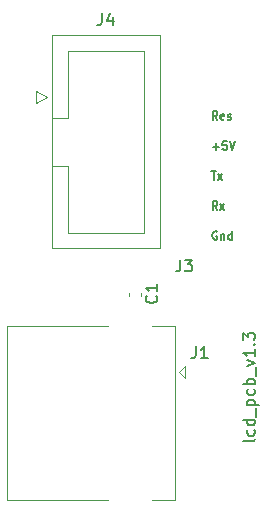
<source format=gto>
%TF.GenerationSoftware,KiCad,Pcbnew,(5.1.8)-1*%
%TF.CreationDate,2021-04-24T14:29:12+03:00*%
%TF.ProjectId,lcd_pcb,6c63645f-7063-4622-9e6b-696361645f70,rev?*%
%TF.SameCoordinates,Original*%
%TF.FileFunction,Legend,Top*%
%TF.FilePolarity,Positive*%
%FSLAX46Y46*%
G04 Gerber Fmt 4.6, Leading zero omitted, Abs format (unit mm)*
G04 Created by KiCad (PCBNEW (5.1.8)-1) date 2021-04-24 14:29:12*
%MOMM*%
%LPD*%
G01*
G04 APERTURE LIST*
%ADD10C,0.150000*%
%ADD11C,0.120000*%
%ADD12C,1.700000*%
%ADD13C,0.700000*%
%ADD14C,4.400000*%
%ADD15C,3.500000*%
%ADD16R,1.524000X1.524000*%
%ADD17C,1.524000*%
G04 APERTURE END LIST*
D10*
X35186880Y-53115547D02*
X35139261Y-53210785D01*
X35044023Y-53258404D01*
X34186880Y-53258404D01*
X35139261Y-52306023D02*
X35186880Y-52401261D01*
X35186880Y-52591738D01*
X35139261Y-52686976D01*
X35091642Y-52734595D01*
X34996404Y-52782214D01*
X34710690Y-52782214D01*
X34615452Y-52734595D01*
X34567833Y-52686976D01*
X34520214Y-52591738D01*
X34520214Y-52401261D01*
X34567833Y-52306023D01*
X35186880Y-51448880D02*
X34186880Y-51448880D01*
X35139261Y-51448880D02*
X35186880Y-51544119D01*
X35186880Y-51734595D01*
X35139261Y-51829833D01*
X35091642Y-51877452D01*
X34996404Y-51925071D01*
X34710690Y-51925071D01*
X34615452Y-51877452D01*
X34567833Y-51829833D01*
X34520214Y-51734595D01*
X34520214Y-51544119D01*
X34567833Y-51448880D01*
X35282119Y-51210785D02*
X35282119Y-50448880D01*
X34520214Y-50210785D02*
X35520214Y-50210785D01*
X34567833Y-50210785D02*
X34520214Y-50115547D01*
X34520214Y-49925071D01*
X34567833Y-49829833D01*
X34615452Y-49782214D01*
X34710690Y-49734595D01*
X34996404Y-49734595D01*
X35091642Y-49782214D01*
X35139261Y-49829833D01*
X35186880Y-49925071D01*
X35186880Y-50115547D01*
X35139261Y-50210785D01*
X35139261Y-48877452D02*
X35186880Y-48972690D01*
X35186880Y-49163166D01*
X35139261Y-49258404D01*
X35091642Y-49306023D01*
X34996404Y-49353642D01*
X34710690Y-49353642D01*
X34615452Y-49306023D01*
X34567833Y-49258404D01*
X34520214Y-49163166D01*
X34520214Y-48972690D01*
X34567833Y-48877452D01*
X35186880Y-48448880D02*
X34186880Y-48448880D01*
X34567833Y-48448880D02*
X34520214Y-48353642D01*
X34520214Y-48163166D01*
X34567833Y-48067928D01*
X34615452Y-48020309D01*
X34710690Y-47972690D01*
X34996404Y-47972690D01*
X35091642Y-48020309D01*
X35139261Y-48067928D01*
X35186880Y-48163166D01*
X35186880Y-48353642D01*
X35139261Y-48448880D01*
X35282119Y-47782214D02*
X35282119Y-47020309D01*
X34520214Y-46877452D02*
X35186880Y-46639357D01*
X34520214Y-46401261D01*
X35186880Y-45496500D02*
X35186880Y-46067928D01*
X35186880Y-45782214D02*
X34186880Y-45782214D01*
X34329738Y-45877452D01*
X34424976Y-45972690D01*
X34472595Y-46067928D01*
X35091642Y-45067928D02*
X35139261Y-45020309D01*
X35186880Y-45067928D01*
X35139261Y-45115547D01*
X35091642Y-45067928D01*
X35186880Y-45067928D01*
X34186880Y-44686976D02*
X34186880Y-44067928D01*
X34567833Y-44401261D01*
X34567833Y-44258404D01*
X34615452Y-44163166D01*
X34663071Y-44115547D01*
X34758309Y-44067928D01*
X34996404Y-44067928D01*
X35091642Y-44115547D01*
X35139261Y-44163166D01*
X35186880Y-44258404D01*
X35186880Y-44544119D01*
X35139261Y-44639357D01*
X35091642Y-44686976D01*
X31966833Y-35534000D02*
X31900166Y-35500666D01*
X31800166Y-35500666D01*
X31700166Y-35534000D01*
X31633500Y-35600666D01*
X31600166Y-35667333D01*
X31566833Y-35800666D01*
X31566833Y-35900666D01*
X31600166Y-36034000D01*
X31633500Y-36100666D01*
X31700166Y-36167333D01*
X31800166Y-36200666D01*
X31866833Y-36200666D01*
X31966833Y-36167333D01*
X32000166Y-36134000D01*
X32000166Y-35900666D01*
X31866833Y-35900666D01*
X32300166Y-35734000D02*
X32300166Y-36200666D01*
X32300166Y-35800666D02*
X32333500Y-35767333D01*
X32400166Y-35734000D01*
X32500166Y-35734000D01*
X32566833Y-35767333D01*
X32600166Y-35834000D01*
X32600166Y-36200666D01*
X33233500Y-36200666D02*
X33233500Y-35500666D01*
X33233500Y-36167333D02*
X33166833Y-36200666D01*
X33033500Y-36200666D01*
X32966833Y-36167333D01*
X32933500Y-36134000D01*
X32900166Y-36067333D01*
X32900166Y-35867333D01*
X32933500Y-35800666D01*
X32966833Y-35767333D01*
X33033500Y-35734000D01*
X33166833Y-35734000D01*
X33233500Y-35767333D01*
X32000166Y-33660666D02*
X31766833Y-33327333D01*
X31600166Y-33660666D02*
X31600166Y-32960666D01*
X31866833Y-32960666D01*
X31933500Y-32994000D01*
X31966833Y-33027333D01*
X32000166Y-33094000D01*
X32000166Y-33194000D01*
X31966833Y-33260666D01*
X31933500Y-33294000D01*
X31866833Y-33327333D01*
X31600166Y-33327333D01*
X32233500Y-33660666D02*
X32600166Y-33194000D01*
X32233500Y-33194000D02*
X32600166Y-33660666D01*
X31500166Y-30420666D02*
X31900166Y-30420666D01*
X31700166Y-31120666D02*
X31700166Y-30420666D01*
X32066833Y-31120666D02*
X32433500Y-30654000D01*
X32066833Y-30654000D02*
X32433500Y-31120666D01*
X31600166Y-28314000D02*
X32133500Y-28314000D01*
X31866833Y-28580666D02*
X31866833Y-28047333D01*
X32800166Y-27880666D02*
X32466833Y-27880666D01*
X32433500Y-28214000D01*
X32466833Y-28180666D01*
X32533500Y-28147333D01*
X32700166Y-28147333D01*
X32766833Y-28180666D01*
X32800166Y-28214000D01*
X32833500Y-28280666D01*
X32833500Y-28447333D01*
X32800166Y-28514000D01*
X32766833Y-28547333D01*
X32700166Y-28580666D01*
X32533500Y-28580666D01*
X32466833Y-28547333D01*
X32433500Y-28514000D01*
X33033500Y-27880666D02*
X33266833Y-28580666D01*
X33500166Y-27880666D01*
X32000166Y-26040666D02*
X31766833Y-25707333D01*
X31600166Y-26040666D02*
X31600166Y-25340666D01*
X31866833Y-25340666D01*
X31933500Y-25374000D01*
X31966833Y-25407333D01*
X32000166Y-25474000D01*
X32000166Y-25574000D01*
X31966833Y-25640666D01*
X31933500Y-25674000D01*
X31866833Y-25707333D01*
X31600166Y-25707333D01*
X32566833Y-26007333D02*
X32500166Y-26040666D01*
X32366833Y-26040666D01*
X32300166Y-26007333D01*
X32266833Y-25940666D01*
X32266833Y-25674000D01*
X32300166Y-25607333D01*
X32366833Y-25574000D01*
X32500166Y-25574000D01*
X32566833Y-25607333D01*
X32600166Y-25674000D01*
X32600166Y-25740666D01*
X32266833Y-25807333D01*
X32866833Y-26007333D02*
X32933500Y-26040666D01*
X33066833Y-26040666D01*
X33133500Y-26007333D01*
X33166833Y-25940666D01*
X33166833Y-25907333D01*
X33133500Y-25840666D01*
X33066833Y-25807333D01*
X32966833Y-25807333D01*
X32900166Y-25774000D01*
X32866833Y-25707333D01*
X32866833Y-25674000D01*
X32900166Y-25607333D01*
X32966833Y-25574000D01*
X33066833Y-25574000D01*
X33133500Y-25607333D01*
D11*
%TO.C,C1*%
X24509000Y-40971080D02*
X24509000Y-40689920D01*
X25529000Y-40971080D02*
X25529000Y-40689920D01*
%TO.C,J4*%
X18006000Y-18888000D02*
X27126000Y-18888000D01*
X27126000Y-18888000D02*
X27126000Y-36928000D01*
X27126000Y-36928000D02*
X18006000Y-36928000D01*
X18006000Y-36928000D02*
X18006000Y-18888000D01*
X18006000Y-25858000D02*
X19316000Y-25858000D01*
X19316000Y-25858000D02*
X19316000Y-20188000D01*
X19316000Y-20188000D02*
X25816000Y-20188000D01*
X25816000Y-20188000D02*
X25816000Y-35628000D01*
X25816000Y-35628000D02*
X19316000Y-35628000D01*
X19316000Y-35628000D02*
X19316000Y-29958000D01*
X19316000Y-29958000D02*
X19316000Y-29958000D01*
X19316000Y-29958000D02*
X18006000Y-29958000D01*
X17616000Y-24098000D02*
X16616000Y-23598000D01*
X16616000Y-23598000D02*
X16616000Y-24598000D01*
X16616000Y-24598000D02*
X17616000Y-24098000D01*
%TO.C,J1*%
X22736000Y-43528000D02*
X14196000Y-43528000D01*
X14196000Y-43528000D02*
X14196000Y-58248000D01*
X22736000Y-58248000D02*
X14196000Y-58248000D01*
X28416000Y-43528000D02*
X28416000Y-58248000D01*
X28416000Y-43528000D02*
X26436000Y-43528000D01*
X26436000Y-58248000D02*
X28416000Y-58248000D01*
X29296000Y-46888000D02*
X28796000Y-47388000D01*
X28796000Y-47388000D02*
X29296000Y-47888000D01*
X29296000Y-47888000D02*
X29296000Y-46888000D01*
%TO.C,C1*%
D10*
X26836642Y-40933666D02*
X26884261Y-40981285D01*
X26931880Y-41124142D01*
X26931880Y-41219380D01*
X26884261Y-41362238D01*
X26789023Y-41457476D01*
X26693785Y-41505095D01*
X26503309Y-41552714D01*
X26360452Y-41552714D01*
X26169976Y-41505095D01*
X26074738Y-41457476D01*
X25979500Y-41362238D01*
X25931880Y-41219380D01*
X25931880Y-41124142D01*
X25979500Y-40981285D01*
X26027119Y-40933666D01*
X26931880Y-39981285D02*
X26931880Y-40552714D01*
X26931880Y-40267000D02*
X25931880Y-40267000D01*
X26074738Y-40362238D01*
X26169976Y-40457476D01*
X26217595Y-40552714D01*
%TO.C,J4*%
X22232666Y-17048380D02*
X22232666Y-17762666D01*
X22185047Y-17905523D01*
X22089809Y-18000761D01*
X21946952Y-18048380D01*
X21851714Y-18048380D01*
X23137428Y-17381714D02*
X23137428Y-18048380D01*
X22899333Y-17000761D02*
X22661238Y-17715047D01*
X23280285Y-17715047D01*
%TO.C,J3*%
X28866666Y-37892380D02*
X28866666Y-38606666D01*
X28819047Y-38749523D01*
X28723809Y-38844761D01*
X28580952Y-38892380D01*
X28485714Y-38892380D01*
X29247619Y-37892380D02*
X29866666Y-37892380D01*
X29533333Y-38273333D01*
X29676190Y-38273333D01*
X29771428Y-38320952D01*
X29819047Y-38368571D01*
X29866666Y-38463809D01*
X29866666Y-38701904D01*
X29819047Y-38797142D01*
X29771428Y-38844761D01*
X29676190Y-38892380D01*
X29390476Y-38892380D01*
X29295238Y-38844761D01*
X29247619Y-38797142D01*
%TO.C,J1*%
X30178666Y-45242380D02*
X30178666Y-45956666D01*
X30131047Y-46099523D01*
X30035809Y-46194761D01*
X29892952Y-46242380D01*
X29797714Y-46242380D01*
X31178666Y-46242380D02*
X30607238Y-46242380D01*
X30892952Y-46242380D02*
X30892952Y-45242380D01*
X30797714Y-45385238D01*
X30702476Y-45480476D01*
X30607238Y-45528095D01*
%TD*%
%LPC*%
%TO.C,C1*%
G36*
G01*
X25269000Y-40505500D02*
X24769000Y-40505500D01*
G75*
G02*
X24544000Y-40280500I0J225000D01*
G01*
X24544000Y-39830500D01*
G75*
G02*
X24769000Y-39605500I225000J0D01*
G01*
X25269000Y-39605500D01*
G75*
G02*
X25494000Y-39830500I0J-225000D01*
G01*
X25494000Y-40280500D01*
G75*
G02*
X25269000Y-40505500I-225000J0D01*
G01*
G37*
G36*
G01*
X25269000Y-42055500D02*
X24769000Y-42055500D01*
G75*
G02*
X24544000Y-41830500I0J225000D01*
G01*
X24544000Y-41380500D01*
G75*
G02*
X24769000Y-41155500I225000J0D01*
G01*
X25269000Y-41155500D01*
G75*
G02*
X25494000Y-41380500I0J-225000D01*
G01*
X25494000Y-41830500D01*
G75*
G02*
X25269000Y-42055500I-225000J0D01*
G01*
G37*
%TD*%
%TO.C,J4*%
G36*
G01*
X20446000Y-24698000D02*
X20446000Y-23498000D01*
G75*
G02*
X20696000Y-23248000I250000J0D01*
G01*
X21896000Y-23248000D01*
G75*
G02*
X22146000Y-23498000I0J-250000D01*
G01*
X22146000Y-24698000D01*
G75*
G02*
X21896000Y-24948000I-250000J0D01*
G01*
X20696000Y-24948000D01*
G75*
G02*
X20446000Y-24698000I0J250000D01*
G01*
G37*
D12*
X21296000Y-26638000D03*
X21296000Y-29178000D03*
X21296000Y-31718000D03*
X23836000Y-24098000D03*
X23836000Y-26638000D03*
X23836000Y-29178000D03*
X23836000Y-31718000D03*
%TD*%
%TO.C,J3*%
G36*
G01*
X27700000Y-36281000D02*
X27700000Y-35519000D01*
G75*
G02*
X28081000Y-35138000I381000J0D01*
G01*
X30319000Y-35138000D01*
G75*
G02*
X30700000Y-35519000I0J-381000D01*
G01*
X30700000Y-36281000D01*
G75*
G02*
X30319000Y-36662000I-381000J0D01*
G01*
X28081000Y-36662000D01*
G75*
G02*
X27700000Y-36281000I0J381000D01*
G01*
G37*
G36*
G01*
X27700000Y-33741000D02*
X27700000Y-32979000D01*
G75*
G02*
X28081000Y-32598000I381000J0D01*
G01*
X30319000Y-32598000D01*
G75*
G02*
X30700000Y-32979000I0J-381000D01*
G01*
X30700000Y-33741000D01*
G75*
G02*
X30319000Y-34122000I-381000J0D01*
G01*
X28081000Y-34122000D01*
G75*
G02*
X27700000Y-33741000I0J381000D01*
G01*
G37*
G36*
G01*
X27700000Y-31201000D02*
X27700000Y-30439000D01*
G75*
G02*
X28081000Y-30058000I381000J0D01*
G01*
X30319000Y-30058000D01*
G75*
G02*
X30700000Y-30439000I0J-381000D01*
G01*
X30700000Y-31201000D01*
G75*
G02*
X30319000Y-31582000I-381000J0D01*
G01*
X28081000Y-31582000D01*
G75*
G02*
X27700000Y-31201000I0J381000D01*
G01*
G37*
G36*
G01*
X27700000Y-28661000D02*
X27700000Y-27899000D01*
G75*
G02*
X28081000Y-27518000I381000J0D01*
G01*
X30319000Y-27518000D01*
G75*
G02*
X30700000Y-27899000I0J-381000D01*
G01*
X30700000Y-28661000D01*
G75*
G02*
X30319000Y-29042000I-381000J0D01*
G01*
X28081000Y-29042000D01*
G75*
G02*
X27700000Y-28661000I0J381000D01*
G01*
G37*
G36*
G01*
X27700000Y-26121000D02*
X27700000Y-25359000D01*
G75*
G02*
X28081000Y-24978000I381000J0D01*
G01*
X30319000Y-24978000D01*
G75*
G02*
X30700000Y-25359000I0J-381000D01*
G01*
X30700000Y-26121000D01*
G75*
G02*
X30319000Y-26502000I-381000J0D01*
G01*
X28081000Y-26502000D01*
G75*
G02*
X27700000Y-26121000I0J381000D01*
G01*
G37*
%TD*%
D13*
%TO.C,J6*%
X22472725Y-39551274D03*
X21305999Y-39068000D03*
X20139273Y-39551274D03*
X19655999Y-40718000D03*
X20139273Y-41884726D03*
X21305999Y-42368000D03*
X22472725Y-41884726D03*
X22955999Y-40718000D03*
D14*
X21305999Y-40718000D03*
%TD*%
D13*
%TO.C,J5*%
X34472725Y-56551274D03*
X33305999Y-56068000D03*
X32139273Y-56551274D03*
X31655999Y-57718000D03*
X32139273Y-58884726D03*
X33305999Y-59368000D03*
X34472725Y-58884726D03*
X34955999Y-57718000D03*
D14*
X33305999Y-57718000D03*
%TD*%
D13*
%TO.C,J2*%
X34472725Y-18551274D03*
X33305999Y-18068000D03*
X32139273Y-18551274D03*
X31655999Y-19718000D03*
X32139273Y-20884726D03*
X33305999Y-21368000D03*
X34472725Y-20884726D03*
X34955999Y-19718000D03*
D14*
X33305999Y-19718000D03*
%TD*%
D15*
%TO.C,J1*%
X24586000Y-57458000D03*
X24586000Y-44318000D03*
D16*
X27296000Y-47388000D03*
D17*
X27296000Y-49888000D03*
X27296000Y-51888000D03*
X27296000Y-54388000D03*
%TD*%
M02*

</source>
